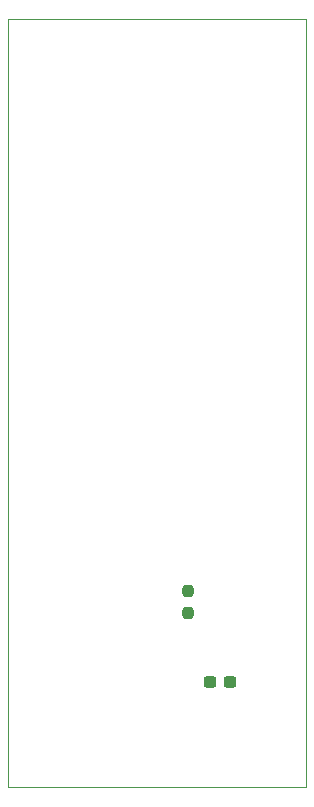
<source format=gtp>
G04 #@! TF.GenerationSoftware,KiCad,Pcbnew,8.0.6*
G04 #@! TF.CreationDate,2025-12-26T07:29:08-05:00*
G04 #@! TF.ProjectId,heaterboard_1,68656174-6572-4626-9f61-72645f312e6b,3.0*
G04 #@! TF.SameCoordinates,Original*
G04 #@! TF.FileFunction,Paste,Top*
G04 #@! TF.FilePolarity,Positive*
%FSLAX46Y46*%
G04 Gerber Fmt 4.6, Leading zero omitted, Abs format (unit mm)*
G04 Created by KiCad (PCBNEW 8.0.6) date 2025-12-26 07:29:08*
%MOMM*%
%LPD*%
G01*
G04 APERTURE LIST*
G04 Aperture macros list*
%AMRoundRect*
0 Rectangle with rounded corners*
0 $1 Rounding radius*
0 $2 $3 $4 $5 $6 $7 $8 $9 X,Y pos of 4 corners*
0 Add a 4 corners polygon primitive as box body*
4,1,4,$2,$3,$4,$5,$6,$7,$8,$9,$2,$3,0*
0 Add four circle primitives for the rounded corners*
1,1,$1+$1,$2,$3*
1,1,$1+$1,$4,$5*
1,1,$1+$1,$6,$7*
1,1,$1+$1,$8,$9*
0 Add four rect primitives between the rounded corners*
20,1,$1+$1,$2,$3,$4,$5,0*
20,1,$1+$1,$4,$5,$6,$7,0*
20,1,$1+$1,$6,$7,$8,$9,0*
20,1,$1+$1,$8,$9,$2,$3,0*%
G04 Aperture macros list end*
%ADD10RoundRect,0.237500X0.237500X-0.250000X0.237500X0.250000X-0.237500X0.250000X-0.237500X-0.250000X0*%
%ADD11RoundRect,0.237500X0.300000X0.237500X-0.300000X0.237500X-0.300000X-0.237500X0.300000X-0.237500X0*%
G04 #@! TA.AperFunction,Profile*
%ADD12C,0.100000*%
G04 #@! TD*
G04 APERTURE END LIST*
D10*
X148050000Y-135242214D03*
X148050000Y-133417214D03*
D11*
X151612500Y-141129714D03*
X149887500Y-141129714D03*
D12*
X132800000Y-150000000D02*
X158000000Y-150000000D01*
X158000000Y-85000000D02*
X132800000Y-85000000D01*
X132800000Y-85000000D02*
X132800000Y-150000000D01*
X158000000Y-150000000D02*
X158000000Y-85000000D01*
M02*

</source>
